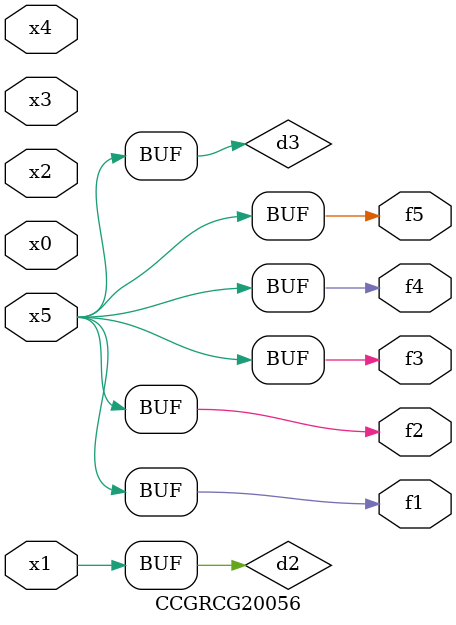
<source format=v>
module CCGRCG20056(
	input x0, x1, x2, x3, x4, x5,
	output f1, f2, f3, f4, f5
);

	wire d1, d2, d3;

	not (d1, x5);
	or (d2, x1);
	xnor (d3, d1);
	assign f1 = d3;
	assign f2 = d3;
	assign f3 = d3;
	assign f4 = d3;
	assign f5 = d3;
endmodule

</source>
